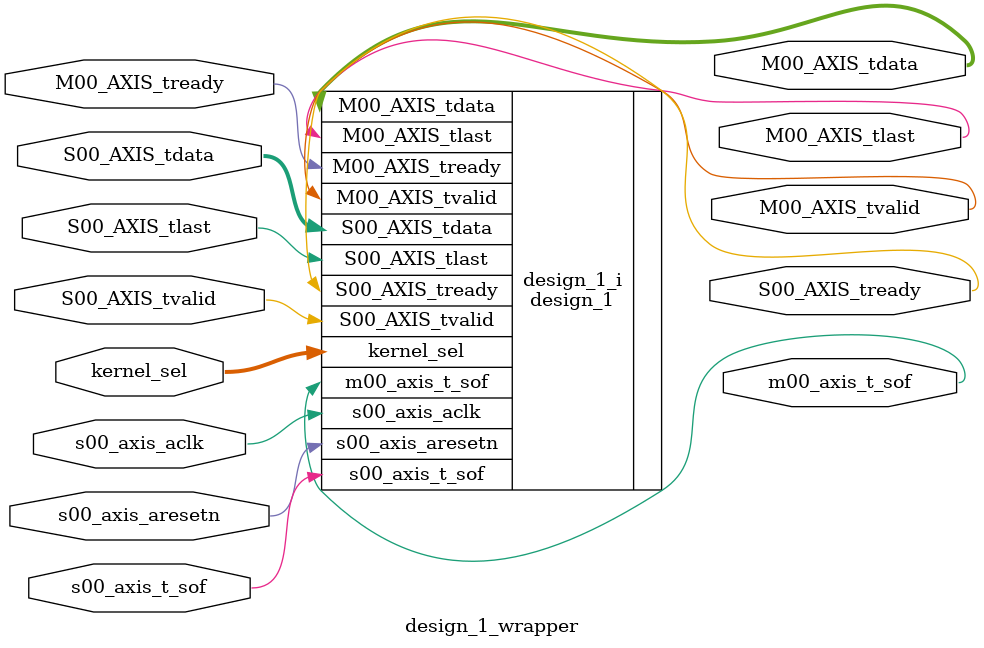
<source format=v>
`timescale 1 ps / 1 ps

module design_1_wrapper
   (M00_AXIS_tdata,
    M00_AXIS_tlast,
    M00_AXIS_tready,
    M00_AXIS_tvalid,
    S00_AXIS_tdata,
    S00_AXIS_tlast,
    S00_AXIS_tready,
    S00_AXIS_tvalid,
    kernel_sel,
    m00_axis_t_sof,
    s00_axis_aclk,
    s00_axis_aresetn,
    s00_axis_t_sof);
  output [31:0]M00_AXIS_tdata;
  output M00_AXIS_tlast;
  input M00_AXIS_tready;
  output M00_AXIS_tvalid;
  input [31:0]S00_AXIS_tdata;
  input S00_AXIS_tlast;
  output S00_AXIS_tready;
  input S00_AXIS_tvalid;
  input [2:0]kernel_sel;
  output m00_axis_t_sof;
  input s00_axis_aclk;
  input s00_axis_aresetn;
  input s00_axis_t_sof;

  wire [31:0]M00_AXIS_tdata;
  wire M00_AXIS_tlast;
  wire M00_AXIS_tready;
  wire M00_AXIS_tvalid;
  wire [31:0]S00_AXIS_tdata;
  wire S00_AXIS_tlast;
  wire S00_AXIS_tready;
  wire S00_AXIS_tvalid;
  wire [2:0]kernel_sel;
  wire m00_axis_t_sof;
  wire s00_axis_aclk;
  wire s00_axis_aresetn;
  wire s00_axis_t_sof;

  design_1 design_1_i
       (.M00_AXIS_tdata(M00_AXIS_tdata),
        .M00_AXIS_tlast(M00_AXIS_tlast),
        .M00_AXIS_tready(M00_AXIS_tready),
        .M00_AXIS_tvalid(M00_AXIS_tvalid),
        .S00_AXIS_tdata(S00_AXIS_tdata),
        .S00_AXIS_tlast(S00_AXIS_tlast),
        .S00_AXIS_tready(S00_AXIS_tready),
        .S00_AXIS_tvalid(S00_AXIS_tvalid),
        .kernel_sel(kernel_sel),
        .m00_axis_t_sof(m00_axis_t_sof),
        .s00_axis_aclk(s00_axis_aclk),
        .s00_axis_aresetn(s00_axis_aresetn),
        .s00_axis_t_sof(s00_axis_t_sof));
endmodule

</source>
